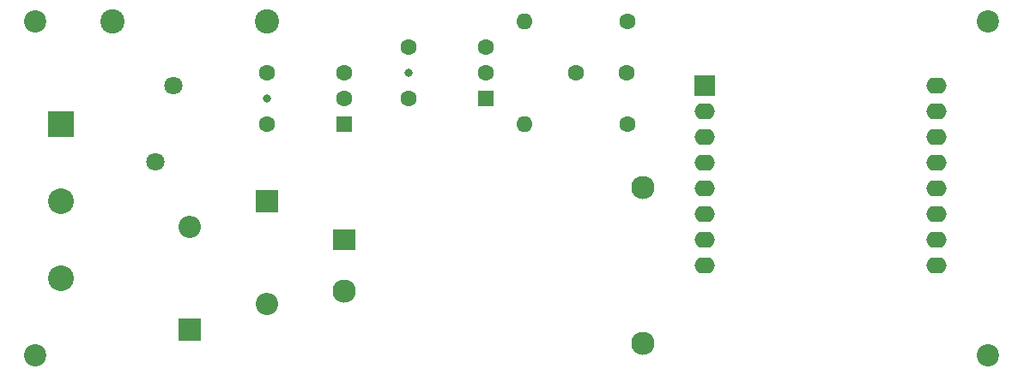
<source format=gts>
%TF.GenerationSoftware,KiCad,Pcbnew,9.0.3+dfsg-1*%
%TF.CreationDate,2026-02-21T20:26:47+01:00*%
%TF.ProjectId,MaxPilot,4d617850-696c-46f7-942e-6b696361645f,rev?*%
%TF.SameCoordinates,Original*%
%TF.FileFunction,Soldermask,Top*%
%TF.FilePolarity,Negative*%
%FSLAX46Y46*%
G04 Gerber Fmt 4.6, Leading zero omitted, Abs format (unit mm)*
G04 Created by KiCad (PCBNEW 9.0.3+dfsg-1) date 2026-02-21 20:26:47*
%MOMM*%
%LPD*%
G01*
G04 APERTURE LIST*
G04 Aperture macros list*
%AMRoundRect*
0 Rectangle with rounded corners*
0 $1 Rounding radius*
0 $2 $3 $4 $5 $6 $7 $8 $9 X,Y pos of 4 corners*
0 Add a 4 corners polygon primitive as box body*
4,1,4,$2,$3,$4,$5,$6,$7,$8,$9,$2,$3,0*
0 Add four circle primitives for the rounded corners*
1,1,$1+$1,$2,$3*
1,1,$1+$1,$4,$5*
1,1,$1+$1,$6,$7*
1,1,$1+$1,$8,$9*
0 Add four rect primitives between the rounded corners*
20,1,$1+$1,$2,$3,$4,$5,0*
20,1,$1+$1,$4,$5,$6,$7,0*
20,1,$1+$1,$6,$7,$8,$9,0*
20,1,$1+$1,$8,$9,$2,$3,0*%
G04 Aperture macros list end*
%ADD10C,1.600000*%
%ADD11O,1.600000X1.600000*%
%ADD12C,2.400000*%
%ADD13C,0.800000*%
%ADD14RoundRect,0.250000X0.550000X0.550000X-0.550000X0.550000X-0.550000X-0.550000X0.550000X-0.550000X0*%
%ADD15R,2.540000X2.540000*%
%ADD16C,2.540000*%
%ADD17C,2.200000*%
%ADD18R,2.300000X2.000000*%
%ADD19C,2.300000*%
%ADD20C,1.800000*%
%ADD21R,2.000000X2.000000*%
%ADD22O,2.000000X1.600000*%
%ADD23R,2.200000X2.200000*%
%ADD24O,2.200000X2.200000*%
G04 APERTURE END LIST*
D10*
%TO.C,R2*%
X73660000Y-25400000D03*
D11*
X63500000Y-25400000D03*
%TD*%
D12*
%TO.C,F1*%
X22860000Y-15240000D03*
X38100000Y-15240000D03*
%TD*%
D10*
%TO.C,U3*%
X45720000Y-20320000D03*
D13*
X38100000Y-22860000D03*
D14*
X45720000Y-25400000D03*
D10*
X45720000Y-22860000D03*
X38100000Y-20320000D03*
X38100000Y-25400000D03*
%TD*%
D15*
%TO.C,J1*%
X17780000Y-25400000D03*
D16*
X17780000Y-33020000D03*
X17780000Y-40640000D03*
%TD*%
D17*
%TO.C,H1*%
X15240000Y-15240000D03*
%TD*%
%TO.C,H4*%
X109220000Y-48260000D03*
%TD*%
D10*
%TO.C,R1*%
X73660000Y-15240000D03*
D11*
X63500000Y-15240000D03*
%TD*%
D18*
%TO.C,PS1*%
X45720000Y-36905000D03*
D19*
X45720000Y-41905000D03*
X75120000Y-31705000D03*
X75120000Y-47105000D03*
%TD*%
D20*
%TO.C,RV1*%
X28840000Y-21650000D03*
X27040000Y-29150000D03*
%TD*%
D10*
%TO.C,U2*%
X59685000Y-17780000D03*
D13*
X52065000Y-20320000D03*
D14*
X59685000Y-22860000D03*
D10*
X59685000Y-20320000D03*
X52065000Y-17780000D03*
X52065000Y-22860000D03*
%TD*%
D21*
%TO.C,U1*%
X81280000Y-21590000D03*
D22*
X81280000Y-24130000D03*
X81280000Y-26670000D03*
X81280000Y-29210000D03*
X81280000Y-31750000D03*
X81280000Y-34290000D03*
X81280000Y-36830000D03*
X81280000Y-39370000D03*
X104140000Y-39370000D03*
X104140000Y-36830000D03*
X104140000Y-34290000D03*
X104140000Y-31750000D03*
X104140000Y-29210000D03*
X104140000Y-26670000D03*
X104140000Y-24130000D03*
X104140000Y-21590000D03*
%TD*%
D23*
%TO.C,D1*%
X38100000Y-33020000D03*
D24*
X38100000Y-43180000D03*
%TD*%
D17*
%TO.C,H3*%
X15240000Y-48260000D03*
%TD*%
D23*
%TO.C,D2*%
X30480000Y-45720000D03*
D24*
X30480000Y-35560000D03*
%TD*%
D17*
%TO.C,H2*%
X109220000Y-15240000D03*
%TD*%
D10*
%TO.C,C1*%
X73580000Y-20320000D03*
X68580000Y-20320000D03*
%TD*%
M02*

</source>
